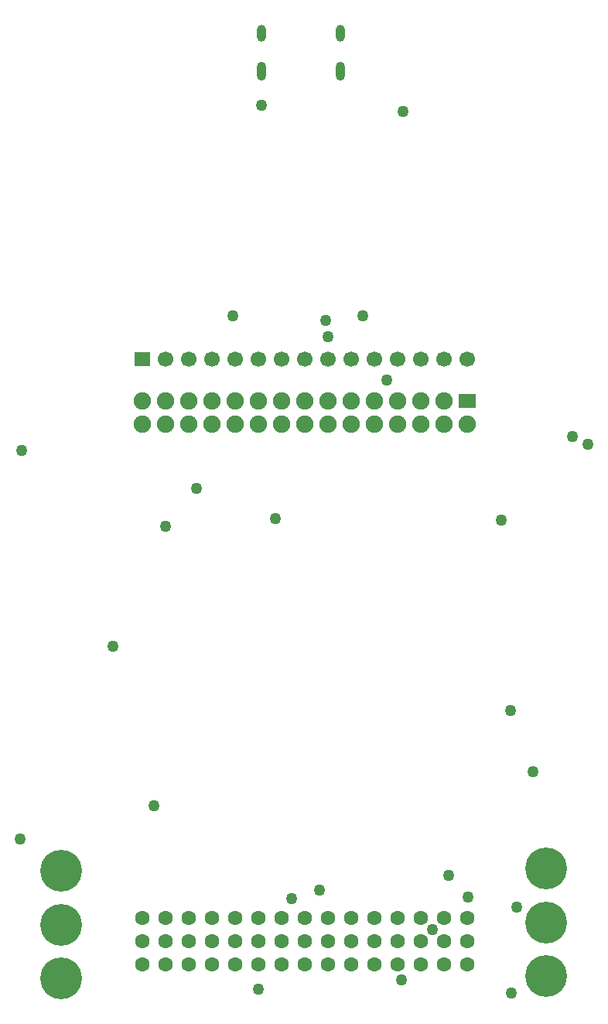
<source format=gbr>
%TF.GenerationSoftware,KiCad,Pcbnew,9.0.6*%
%TF.CreationDate,2025-12-04T14:52:28+01:00*%
%TF.ProjectId,ExtensionBoardBasic,45787465-6e73-4696-9f6e-426f61726442,rev?*%
%TF.SameCoordinates,Original*%
%TF.FileFunction,Copper,L2,Inr*%
%TF.FilePolarity,Positive*%
%FSLAX46Y46*%
G04 Gerber Fmt 4.6, Leading zero omitted, Abs format (unit mm)*
G04 Created by KiCad (PCBNEW 9.0.6) date 2025-12-04 14:52:28*
%MOMM*%
%LPD*%
G01*
G04 APERTURE LIST*
%TA.AperFunction,ComponentPad*%
%ADD10C,1.600000*%
%TD*%
%TA.AperFunction,ComponentPad*%
%ADD11R,1.900000X1.574800*%
%TD*%
%TA.AperFunction,ComponentPad*%
%ADD12C,1.900000*%
%TD*%
%TA.AperFunction,ComponentPad*%
%ADD13R,1.700000X1.574800*%
%TD*%
%TA.AperFunction,ComponentPad*%
%ADD14C,1.700000*%
%TD*%
%TA.AperFunction,ComponentPad*%
%ADD15O,1.000000X2.100000*%
%TD*%
%TA.AperFunction,ComponentPad*%
%ADD16O,1.000000X1.850000*%
%TD*%
%TA.AperFunction,ViaPad*%
%ADD17C,1.270000*%
%TD*%
%TA.AperFunction,ViaPad*%
%ADD18C,4.572000*%
%TD*%
G04 APERTURE END LIST*
D10*
%TO.N,GND*%
%TO.C,J3*%
X166022610Y-149217584D03*
X163482610Y-149217584D03*
X160942610Y-149217584D03*
X158402610Y-149217584D03*
X155862610Y-149217584D03*
X153322610Y-149217584D03*
X150782610Y-149217584D03*
X148242610Y-149217584D03*
X145702610Y-149217584D03*
X143162610Y-149217584D03*
X140622610Y-149217584D03*
X138082600Y-149217584D03*
X135542600Y-149217584D03*
X133002600Y-149217584D03*
X130462600Y-149217584D03*
%TO.N,+5*%
X166022610Y-151757584D03*
X163482610Y-151757584D03*
X160942610Y-151757584D03*
X158402610Y-151757584D03*
X155862610Y-151757584D03*
%TO.N,+3.3*%
X153322610Y-151757584D03*
X150782610Y-151757584D03*
X148242610Y-151757584D03*
X145702610Y-151757584D03*
X143162610Y-151757584D03*
X140622610Y-151757584D03*
X138082600Y-151757584D03*
X135542600Y-151757584D03*
X133002600Y-151757584D03*
X130462600Y-151757584D03*
%TO.N,//IO44*%
X166022610Y-154297584D03*
%TO.N,//IO43*%
X163482610Y-154297584D03*
%TO.N,//IO38*%
X160942610Y-154297584D03*
%TO.N,//IO18*%
X158402610Y-154297584D03*
%TO.N,//IO17*%
X155862610Y-154297584D03*
%TO.N,//IO15*%
X153322610Y-154297584D03*
%TO.N,//IO10*%
X150782610Y-154297584D03*
%TO.N,//IO9*%
X148242610Y-154297584D03*
%TO.N,//IO8*%
X145702580Y-154297584D03*
%TO.N,//IO7*%
X143162580Y-154297584D03*
%TO.N,//IO6*%
X140622610Y-154297584D03*
%TO.N,//IO5*%
X138082600Y-154297584D03*
%TO.N,//IO4*%
X135542600Y-154297584D03*
%TO.N,//IO02*%
X133002600Y-154297584D03*
%TO.N,//IO01*%
X130462600Y-154297584D03*
%TD*%
D11*
%TO.N,GND*%
%TO.C,J2*%
X166022580Y-92651584D03*
D12*
%TO.N,+5*%
X166022580Y-95191584D03*
%TO.N,GND*%
X163482580Y-92651584D03*
%TO.N,+5*%
X163482580Y-95191584D03*
%TO.N,GND*%
X160942580Y-92651584D03*
%TO.N,+5*%
X160942580Y-95191584D03*
%TO.N,GND*%
X158402580Y-92651584D03*
%TO.N,+5*%
X158402580Y-95191584D03*
%TO.N,GND*%
X155862580Y-92651584D03*
%TO.N,+5*%
X155862580Y-95191584D03*
%TO.N,GND*%
X153322580Y-92651584D03*
%TO.N,+3.3*%
X153322580Y-95191584D03*
%TO.N,GND*%
X150782580Y-92651584D03*
%TO.N,+3.3*%
X150782580Y-95191584D03*
%TO.N,GND*%
X148242580Y-92651584D03*
%TO.N,+3.3*%
X148242580Y-95191584D03*
%TO.N,GND*%
X145702580Y-92651584D03*
%TO.N,+3.3*%
X145702580Y-95191584D03*
%TO.N,GND*%
X143162580Y-92651584D03*
%TO.N,+3.3*%
X143162580Y-95191584D03*
%TO.N,GND*%
X140622580Y-92651584D03*
%TO.N,+3.3*%
X140622580Y-95191584D03*
%TO.N,GND*%
X138082580Y-92651584D03*
%TO.N,+3.3*%
X138082580Y-95191584D03*
%TO.N,GND*%
X135542580Y-92651584D03*
%TO.N,+3.3*%
X135542580Y-95191584D03*
%TO.N,GND*%
X133002580Y-92651584D03*
%TO.N,+3.3*%
X133002580Y-95191584D03*
%TO.N,GND*%
X130462580Y-92651584D03*
%TO.N,+3.3*%
X130462580Y-95191584D03*
%TD*%
D13*
%TO.N,//IO01*%
%TO.C,J1*%
X130462580Y-88079584D03*
D14*
%TO.N,//IO02*%
X133002580Y-88079584D03*
%TO.N,//IO4*%
X135542580Y-88079584D03*
%TO.N,//IO5*%
X138082580Y-88079584D03*
%TO.N,//IO6*%
X140622580Y-88079584D03*
%TO.N,//IO7*%
X143162580Y-88079584D03*
%TO.N,//IO8*%
X145702580Y-88079584D03*
%TO.N,//IO9*%
X148242580Y-88079584D03*
%TO.N,//IO10*%
X150782580Y-88079584D03*
%TO.N,//IO15*%
X153322580Y-88079584D03*
%TO.N,//IO17*%
X155862580Y-88079584D03*
%TO.N,//IO18*%
X158402580Y-88079584D03*
%TO.N,//IO38*%
X160942580Y-88079584D03*
%TO.N,//IO43*%
X163482580Y-88079584D03*
%TO.N,//IO44*%
X166022580Y-88079584D03*
%TD*%
D15*
%TO.N,GND*%
%TO.C,USB1*%
X152127610Y-56526584D03*
X143487590Y-56526584D03*
D16*
X152127610Y-52376574D03*
X143487590Y-52376574D03*
%TD*%
D17*
%TO.N,//IO4*%
X170782180Y-126484584D03*
X173195180Y-133190184D03*
X158793380Y-155973984D03*
%TO.N,//IO7*%
X143172380Y-156989984D03*
D18*
%TO.N,//IO01*%
X174617580Y-149662084D03*
D17*
%TO.N,//IO02*%
X171442580Y-147998384D03*
%TO.N,//IO8*%
X166108580Y-146931584D03*
%TO.N,//IO9*%
X163949580Y-144518584D03*
X149852580Y-146169584D03*
%TO.N,//IO8*%
X146804580Y-147058584D03*
D18*
%TO.N,//IO6*%
X121531580Y-155821584D03*
D17*
%TO.N,//IO8*%
X179189580Y-97401584D03*
X150487580Y-83812584D03*
%TO.N,//IO9*%
X150741580Y-85580574D03*
%TO.N,//IO18*%
X169766180Y-105656584D03*
%TO.N,//IO10*%
X154541570Y-83304584D03*
%TO.N,//IO9*%
X177538580Y-96512584D03*
%TO.N,//IO6*%
X140378380Y-83304584D03*
%TO.N,//IO01*%
X170871180Y-157383584D03*
%TO.N,//IO10*%
X162222380Y-150487584D03*
D18*
%TO.N,//IO02*%
X174617580Y-155567584D03*
D17*
%TO.N,+5*%
X158996580Y-60952584D03*
X136390580Y-102227584D03*
D18*
X174617580Y-143756584D03*
D17*
%TO.N,+3.3*%
X131691580Y-136898584D03*
%TO.N,+5*%
X145026580Y-105529584D03*
X117213580Y-98036584D03*
X117086580Y-140581584D03*
D18*
X121531580Y-149916084D03*
D17*
%TO.N,+3.3*%
X132986980Y-106342384D03*
%TO.N,GND*%
X143487590Y-60251594D03*
X157167780Y-90340384D03*
X127221180Y-119499584D03*
D18*
X121531580Y-144010584D03*
%TD*%
M02*

</source>
